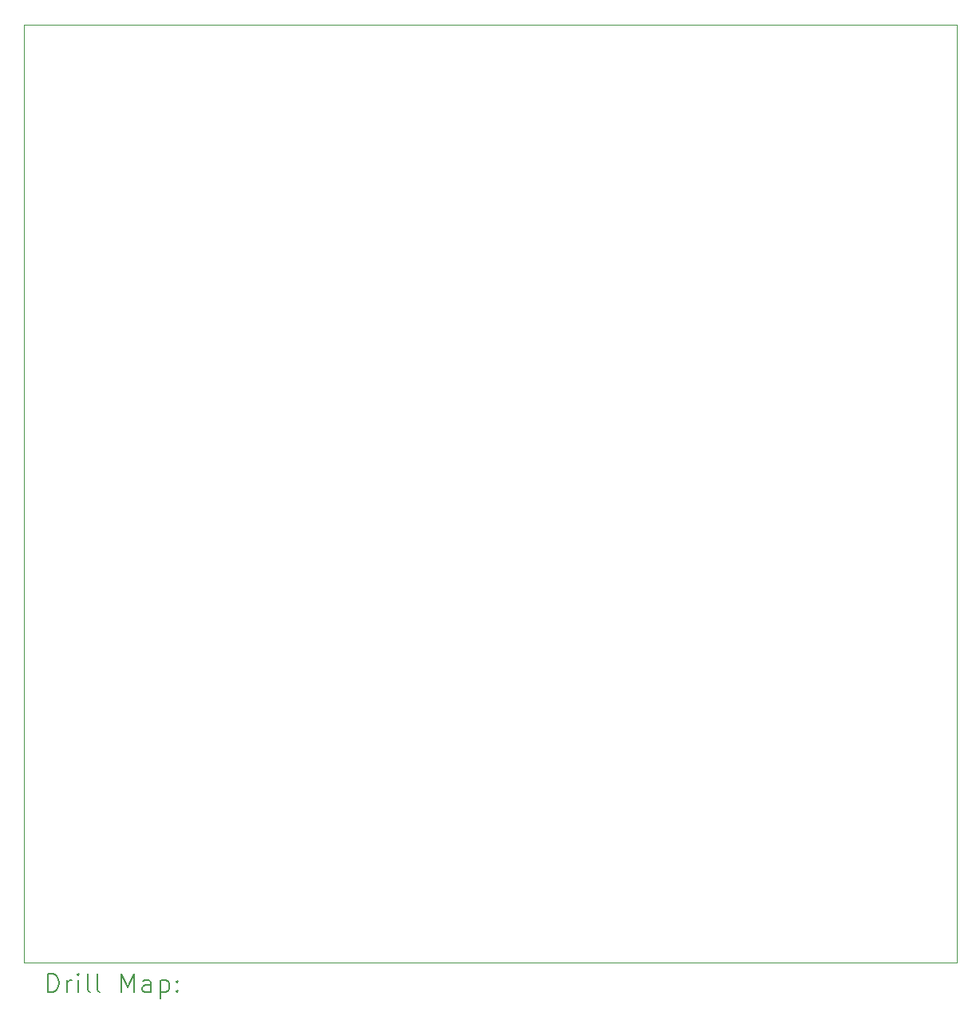
<source format=gbr>
%TF.GenerationSoftware,KiCad,Pcbnew,8.0.6*%
%TF.CreationDate,2024-12-21T10:40:26+05:30*%
%TF.ProjectId,esp_Extension,6573705f-4578-4746-956e-73696f6e2e6b,rev?*%
%TF.SameCoordinates,Original*%
%TF.FileFunction,Drillmap*%
%TF.FilePolarity,Positive*%
%FSLAX45Y45*%
G04 Gerber Fmt 4.5, Leading zero omitted, Abs format (unit mm)*
G04 Created by KiCad (PCBNEW 8.0.6) date 2024-12-21 10:40:26*
%MOMM*%
%LPD*%
G01*
G04 APERTURE LIST*
%ADD10C,0.050000*%
%ADD11C,0.200000*%
G04 APERTURE END LIST*
D10*
X3650000Y-3750000D02*
X13550000Y-3750000D01*
X13550000Y-13700000D01*
X3650000Y-13700000D01*
X3650000Y-3750000D01*
D11*
X3908277Y-14013984D02*
X3908277Y-13813984D01*
X3908277Y-13813984D02*
X3955896Y-13813984D01*
X3955896Y-13813984D02*
X3984467Y-13823508D01*
X3984467Y-13823508D02*
X4003515Y-13842555D01*
X4003515Y-13842555D02*
X4013039Y-13861603D01*
X4013039Y-13861603D02*
X4022562Y-13899698D01*
X4022562Y-13899698D02*
X4022562Y-13928269D01*
X4022562Y-13928269D02*
X4013039Y-13966365D01*
X4013039Y-13966365D02*
X4003515Y-13985412D01*
X4003515Y-13985412D02*
X3984467Y-14004460D01*
X3984467Y-14004460D02*
X3955896Y-14013984D01*
X3955896Y-14013984D02*
X3908277Y-14013984D01*
X4108277Y-14013984D02*
X4108277Y-13880650D01*
X4108277Y-13918746D02*
X4117801Y-13899698D01*
X4117801Y-13899698D02*
X4127324Y-13890174D01*
X4127324Y-13890174D02*
X4146372Y-13880650D01*
X4146372Y-13880650D02*
X4165420Y-13880650D01*
X4232086Y-14013984D02*
X4232086Y-13880650D01*
X4232086Y-13813984D02*
X4222563Y-13823508D01*
X4222563Y-13823508D02*
X4232086Y-13833031D01*
X4232086Y-13833031D02*
X4241610Y-13823508D01*
X4241610Y-13823508D02*
X4232086Y-13813984D01*
X4232086Y-13813984D02*
X4232086Y-13833031D01*
X4355896Y-14013984D02*
X4336848Y-14004460D01*
X4336848Y-14004460D02*
X4327324Y-13985412D01*
X4327324Y-13985412D02*
X4327324Y-13813984D01*
X4460658Y-14013984D02*
X4441610Y-14004460D01*
X4441610Y-14004460D02*
X4432086Y-13985412D01*
X4432086Y-13985412D02*
X4432086Y-13813984D01*
X4689229Y-14013984D02*
X4689229Y-13813984D01*
X4689229Y-13813984D02*
X4755896Y-13956841D01*
X4755896Y-13956841D02*
X4822563Y-13813984D01*
X4822563Y-13813984D02*
X4822563Y-14013984D01*
X5003515Y-14013984D02*
X5003515Y-13909222D01*
X5003515Y-13909222D02*
X4993991Y-13890174D01*
X4993991Y-13890174D02*
X4974944Y-13880650D01*
X4974944Y-13880650D02*
X4936848Y-13880650D01*
X4936848Y-13880650D02*
X4917801Y-13890174D01*
X5003515Y-14004460D02*
X4984467Y-14013984D01*
X4984467Y-14013984D02*
X4936848Y-14013984D01*
X4936848Y-14013984D02*
X4917801Y-14004460D01*
X4917801Y-14004460D02*
X4908277Y-13985412D01*
X4908277Y-13985412D02*
X4908277Y-13966365D01*
X4908277Y-13966365D02*
X4917801Y-13947317D01*
X4917801Y-13947317D02*
X4936848Y-13937793D01*
X4936848Y-13937793D02*
X4984467Y-13937793D01*
X4984467Y-13937793D02*
X5003515Y-13928269D01*
X5098753Y-13880650D02*
X5098753Y-14080650D01*
X5098753Y-13890174D02*
X5117801Y-13880650D01*
X5117801Y-13880650D02*
X5155896Y-13880650D01*
X5155896Y-13880650D02*
X5174944Y-13890174D01*
X5174944Y-13890174D02*
X5184467Y-13899698D01*
X5184467Y-13899698D02*
X5193991Y-13918746D01*
X5193991Y-13918746D02*
X5193991Y-13975888D01*
X5193991Y-13975888D02*
X5184467Y-13994936D01*
X5184467Y-13994936D02*
X5174944Y-14004460D01*
X5174944Y-14004460D02*
X5155896Y-14013984D01*
X5155896Y-14013984D02*
X5117801Y-14013984D01*
X5117801Y-14013984D02*
X5098753Y-14004460D01*
X5279705Y-13994936D02*
X5289229Y-14004460D01*
X5289229Y-14004460D02*
X5279705Y-14013984D01*
X5279705Y-14013984D02*
X5270182Y-14004460D01*
X5270182Y-14004460D02*
X5279705Y-13994936D01*
X5279705Y-13994936D02*
X5279705Y-14013984D01*
X5279705Y-13890174D02*
X5289229Y-13899698D01*
X5289229Y-13899698D02*
X5279705Y-13909222D01*
X5279705Y-13909222D02*
X5270182Y-13899698D01*
X5270182Y-13899698D02*
X5279705Y-13890174D01*
X5279705Y-13890174D02*
X5279705Y-13909222D01*
M02*

</source>
